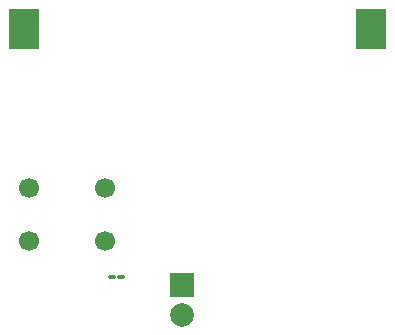
<source format=gts>
%TF.GenerationSoftware,KiCad,Pcbnew,9.0.4*%
%TF.CreationDate,2025-10-02T17:08:24-05:00*%
%TF.ProjectId,firstExcercise,66697273-7445-4786-9365-72636973652e,rev?*%
%TF.SameCoordinates,Original*%
%TF.FileFunction,Soldermask,Top*%
%TF.FilePolarity,Negative*%
%FSLAX46Y46*%
G04 Gerber Fmt 4.6, Leading zero omitted, Abs format (unit mm)*
G04 Created by KiCad (PCBNEW 9.0.4) date 2025-10-02 17:08:24*
%MOMM*%
%LPD*%
G01*
G04 APERTURE LIST*
G04 Aperture macros list*
%AMRoundRect*
0 Rectangle with rounded corners*
0 $1 Rounding radius*
0 $2 $3 $4 $5 $6 $7 $8 $9 X,Y pos of 4 corners*
0 Add a 4 corners polygon primitive as box body*
4,1,4,$2,$3,$4,$5,$6,$7,$8,$9,$2,$3,0*
0 Add four circle primitives for the rounded corners*
1,1,$1+$1,$2,$3*
1,1,$1+$1,$4,$5*
1,1,$1+$1,$6,$7*
1,1,$1+$1,$8,$9*
0 Add four rect primitives between the rounded corners*
20,1,$1+$1,$2,$3,$4,$5,0*
20,1,$1+$1,$4,$5,$6,$7,0*
20,1,$1+$1,$6,$7,$8,$9,0*
20,1,$1+$1,$8,$9,$2,$3,0*%
G04 Aperture macros list end*
%ADD10RoundRect,0.100000X-0.217500X-0.100000X0.217500X-0.100000X0.217500X0.100000X-0.217500X0.100000X0*%
%ADD11R,2.540000X3.510000*%
%ADD12R,2.000000X2.000000*%
%ADD13C,2.000000*%
%ADD14C,1.700000*%
G04 APERTURE END LIST*
D10*
%TO.C,R1*%
X128840000Y-94000000D03*
X128025000Y-94000000D03*
%TD*%
D11*
%TO.C,BT1*%
X120640000Y-73000000D03*
X150000000Y-73000000D03*
%TD*%
D12*
%TO.C,D1*%
X134000000Y-94730000D03*
D13*
X134000000Y-97270000D03*
%TD*%
D14*
%TO.C,SW1*%
X121000000Y-86500000D03*
X127500000Y-86500000D03*
X121000000Y-91000000D03*
X127500000Y-91000000D03*
%TD*%
M02*

</source>
